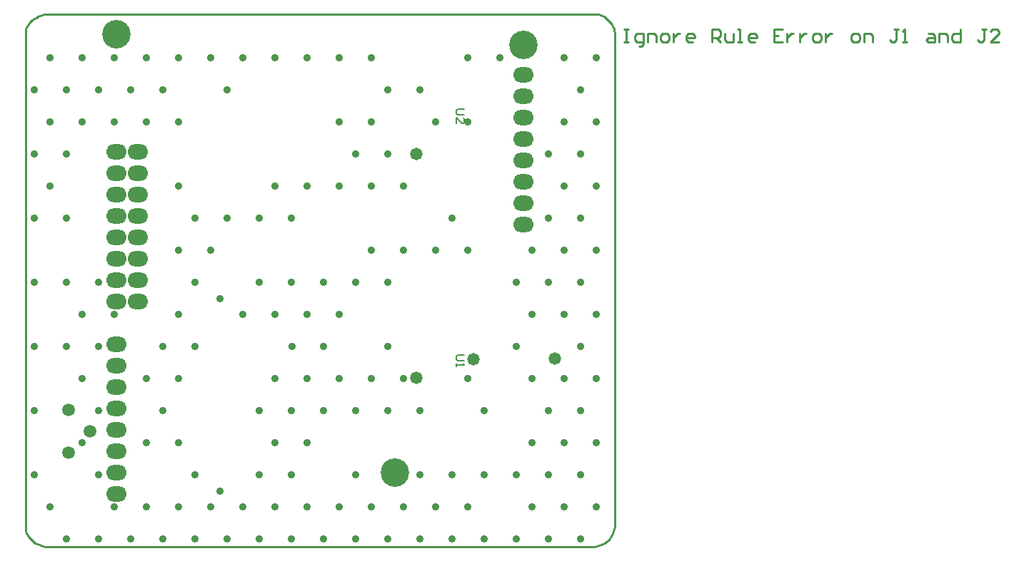
<source format=gbs>
G04*
G04 #@! TF.GenerationSoftware,Altium Limited,Altium Designer,22.10.1 (41)*
G04*
G04 Layer_Color=16711935*
%FSLAX25Y25*%
%MOIN*%
G70*
G04*
G04 #@! TF.SameCoordinates,DCEE1EC3-E607-4C09-92B5-72201EF966A2*
G04*
G04*
G04 #@! TF.FilePolarity,Negative*
G04*
G01*
G75*
%ADD13C,0.00591*%
%ADD15C,0.01000*%
%ADD25C,0.05879*%
%ADD26O,0.09658X0.07099*%
%ADD27C,0.03600*%
%ADD28C,0.05800*%
%ADD29C,0.13300*%
D13*
X204936Y204500D02*
X201656D01*
X201000Y203844D01*
Y202532D01*
X201656Y201876D01*
X204936D01*
X201000Y197940D02*
Y200564D01*
X203624Y197940D01*
X204280D01*
X204936Y198596D01*
Y199908D01*
X204280Y200564D01*
X204936Y89500D02*
X201656D01*
X201000Y88844D01*
Y87532D01*
X201656Y86876D01*
X204936D01*
X201000Y85564D02*
Y84252D01*
Y84908D01*
X204936D01*
X204280Y85564D01*
D15*
X0Y9000D02*
X62Y8055D01*
X247Y7125D01*
X551Y6228D01*
X970Y5379D01*
X1497Y4591D01*
X2121Y3879D01*
X3000Y3000D02*
X3745Y2325D01*
X4552Y1726D01*
X5414Y1209D01*
X6323Y780D01*
X7269Y441D01*
X8244Y197D01*
X9239Y49D01*
X10243Y0D01*
X264757D02*
X265761Y49D01*
X266756Y197D01*
X267731Y441D01*
X268677Y780D01*
X269586Y1209D01*
X270448Y1726D01*
X271255Y2325D01*
X272000Y3000D01*
X272675Y3745D01*
X273274Y4552D01*
X273791Y5414D01*
X274220Y6323D01*
X274559Y7269D01*
X274803Y8244D01*
X274951Y9239D01*
X275000Y10243D01*
X270768Y247232D02*
X270048Y247847D01*
X269240Y248342D01*
X268365Y248705D01*
X267444Y248926D01*
X266500Y249000D01*
X275000Y240172D02*
X274916Y241240D01*
X274666Y242282D01*
X274256Y243272D01*
X273696Y244185D01*
X273000Y245000D01*
X11000Y249000D02*
X9948Y248954D01*
X8904Y248817D01*
X7876Y248589D01*
X6871Y248272D01*
X5899Y247869D01*
X4964Y247383D01*
X4076Y246817D01*
X3241Y246176D01*
X2465Y245464D01*
X2121Y245121D02*
X1497Y244409D01*
X970Y243621D01*
X551Y242772D01*
X247Y241875D01*
X62Y240945D01*
X0Y240000D01*
X2121Y3879D02*
X3000Y3000D01*
X10243Y0D02*
X264757D01*
X275000Y10243D02*
Y237500D01*
X262000Y249000D02*
X266500D01*
X270768Y247232D02*
X273000Y245000D01*
X275000Y237500D02*
Y240172D01*
X11000Y249000D02*
X262000D01*
X2121Y245121D02*
X2465Y245464D01*
X0Y9000D02*
Y240000D01*
X279500Y241997D02*
X281499D01*
X280500D01*
Y235999D01*
X279500D01*
X281499D01*
X286498Y234000D02*
X287497D01*
X288497Y235000D01*
Y239998D01*
X285498D01*
X284498Y238998D01*
Y236999D01*
X285498Y235999D01*
X288497D01*
X290496D02*
Y239998D01*
X293495D01*
X294495Y238998D01*
Y235999D01*
X297494D02*
X299494D01*
X300493Y236999D01*
Y238998D01*
X299494Y239998D01*
X297494D01*
X296495Y238998D01*
Y236999D01*
X297494Y235999D01*
X302493Y239998D02*
Y235999D01*
Y237999D01*
X303492Y238998D01*
X304492Y239998D01*
X305492D01*
X311490Y235999D02*
X309490D01*
X308491Y236999D01*
Y238998D01*
X309490Y239998D01*
X311490D01*
X312489Y238998D01*
Y237999D01*
X308491D01*
X320487Y235999D02*
Y241997D01*
X323486D01*
X324485Y240998D01*
Y238998D01*
X323486Y237999D01*
X320487D01*
X322486D02*
X324485Y235999D01*
X326485Y239998D02*
Y236999D01*
X327484Y235999D01*
X330484D01*
Y239998D01*
X332483Y235999D02*
X334482D01*
X333483D01*
Y241997D01*
X332483D01*
X340480Y235999D02*
X338481D01*
X337481Y236999D01*
Y238998D01*
X338481Y239998D01*
X340480D01*
X341480Y238998D01*
Y237999D01*
X337481D01*
X353476Y241997D02*
X349477D01*
Y235999D01*
X353476D01*
X349477Y238998D02*
X351477D01*
X355475Y239998D02*
Y235999D01*
Y237999D01*
X356475Y238998D01*
X357475Y239998D01*
X358474D01*
X361473D02*
Y235999D01*
Y237999D01*
X362473Y238998D01*
X363473Y239998D01*
X364473D01*
X368471Y235999D02*
X370471D01*
X371470Y236999D01*
Y238998D01*
X370471Y239998D01*
X368471D01*
X367472Y238998D01*
Y236999D01*
X368471Y235999D01*
X373470Y239998D02*
Y235999D01*
Y237999D01*
X374469Y238998D01*
X375469Y239998D01*
X376469D01*
X386465Y235999D02*
X388465D01*
X389464Y236999D01*
Y238998D01*
X388465Y239998D01*
X386465D01*
X385466Y238998D01*
Y236999D01*
X386465Y235999D01*
X391464D02*
Y239998D01*
X394463D01*
X395462Y238998D01*
Y235999D01*
X407459Y241997D02*
X405459D01*
X406459D01*
Y236999D01*
X405459Y235999D01*
X404460D01*
X403460Y236999D01*
X409458Y235999D02*
X411457D01*
X410458D01*
Y241997D01*
X409458Y240998D01*
X421454Y239998D02*
X423453D01*
X424453Y238998D01*
Y235999D01*
X421454D01*
X420454Y236999D01*
X421454Y237999D01*
X424453D01*
X426452Y235999D02*
Y239998D01*
X429452D01*
X430451Y238998D01*
Y235999D01*
X436449Y241997D02*
Y235999D01*
X433450D01*
X432450Y236999D01*
Y238998D01*
X433450Y239998D01*
X436449D01*
X448445Y241997D02*
X446446D01*
X447446D01*
Y236999D01*
X446446Y235999D01*
X445446D01*
X444447Y236999D01*
X454443Y235999D02*
X450445D01*
X454443Y239998D01*
Y240998D01*
X453444Y241997D01*
X451444D01*
X450445Y240998D01*
D25*
X30000Y54000D02*
D03*
X20000Y64000D02*
D03*
Y44000D02*
D03*
D26*
X42500Y94583D02*
D03*
Y34583D02*
D03*
Y54583D02*
D03*
Y64583D02*
D03*
Y84583D02*
D03*
Y74583D02*
D03*
Y44583D02*
D03*
Y24583D02*
D03*
X52500Y124583D02*
D03*
Y144583D02*
D03*
Y154583D02*
D03*
Y184583D02*
D03*
Y174583D02*
D03*
Y164583D02*
D03*
Y134583D02*
D03*
Y114583D02*
D03*
X42500Y124583D02*
D03*
Y144583D02*
D03*
Y154583D02*
D03*
Y184583D02*
D03*
Y174583D02*
D03*
Y164583D02*
D03*
Y134583D02*
D03*
Y114583D02*
D03*
X232500Y210583D02*
D03*
Y190583D02*
D03*
Y180583D02*
D03*
Y150583D02*
D03*
Y160583D02*
D03*
Y170583D02*
D03*
Y200583D02*
D03*
Y220583D02*
D03*
D27*
X266500Y228500D02*
D03*
X259000Y213500D02*
D03*
X266500Y198500D02*
D03*
X259000Y183500D02*
D03*
X266500Y168500D02*
D03*
X259000Y153500D02*
D03*
X266500Y138500D02*
D03*
X259000Y123500D02*
D03*
X266500Y108500D02*
D03*
X259000Y93500D02*
D03*
X266500Y78500D02*
D03*
X259000Y63500D02*
D03*
X266500Y48500D02*
D03*
X259000Y33500D02*
D03*
X266500Y18500D02*
D03*
X259000Y3500D02*
D03*
X251500Y228500D02*
D03*
Y198500D02*
D03*
X244000Y183500D02*
D03*
X251500Y168500D02*
D03*
X244000Y153500D02*
D03*
X251500Y138500D02*
D03*
X244000Y123500D02*
D03*
X251500Y108500D02*
D03*
Y78500D02*
D03*
X244000Y63500D02*
D03*
X251500Y48500D02*
D03*
X244000Y33500D02*
D03*
X251500Y18500D02*
D03*
X244000Y3500D02*
D03*
X236500Y138500D02*
D03*
X229000Y123500D02*
D03*
X236500Y108500D02*
D03*
X229000Y93500D02*
D03*
X236500Y78500D02*
D03*
Y48500D02*
D03*
X229000Y33500D02*
D03*
X236500Y18500D02*
D03*
X229000Y3500D02*
D03*
X221500Y228500D02*
D03*
X214000Y63500D02*
D03*
Y33500D02*
D03*
Y3500D02*
D03*
X206500Y228500D02*
D03*
Y198500D02*
D03*
X199000Y153500D02*
D03*
X206500Y138500D02*
D03*
Y78500D02*
D03*
X199000Y33500D02*
D03*
X206500Y18500D02*
D03*
X199000Y3500D02*
D03*
X184000Y213500D02*
D03*
X191500Y198500D02*
D03*
Y138500D02*
D03*
X184000Y63500D02*
D03*
Y33500D02*
D03*
X191500Y18500D02*
D03*
X184000Y3500D02*
D03*
X169000Y213500D02*
D03*
Y183500D02*
D03*
X176500Y168500D02*
D03*
Y138500D02*
D03*
X169000Y123500D02*
D03*
Y93500D02*
D03*
X176500Y78500D02*
D03*
X169000Y63500D02*
D03*
X176500Y18500D02*
D03*
X169000Y3500D02*
D03*
X161500Y228500D02*
D03*
Y198500D02*
D03*
X154000Y183500D02*
D03*
X161500Y168500D02*
D03*
Y138500D02*
D03*
X154000Y123500D02*
D03*
X161500Y78500D02*
D03*
X154000Y63500D02*
D03*
Y33500D02*
D03*
X161500Y18500D02*
D03*
X154000Y3500D02*
D03*
X146500Y228500D02*
D03*
Y198500D02*
D03*
Y168500D02*
D03*
X139000Y123500D02*
D03*
X146500Y108500D02*
D03*
X139000Y93500D02*
D03*
X146500Y78500D02*
D03*
X139000Y63500D02*
D03*
X146500Y18500D02*
D03*
X139000Y3500D02*
D03*
X131500Y228500D02*
D03*
Y168500D02*
D03*
X124000Y153500D02*
D03*
Y123500D02*
D03*
X131500Y108500D02*
D03*
Y78500D02*
D03*
X124000Y63500D02*
D03*
X131500Y48500D02*
D03*
X124000Y33500D02*
D03*
X131500Y18500D02*
D03*
X124000Y3500D02*
D03*
X116500Y228500D02*
D03*
Y168500D02*
D03*
X109000Y153500D02*
D03*
Y123500D02*
D03*
X116500Y108500D02*
D03*
Y78500D02*
D03*
X109000Y63500D02*
D03*
X116500Y48500D02*
D03*
X109000Y33500D02*
D03*
X116500Y18500D02*
D03*
X109000Y3500D02*
D03*
X101500Y228500D02*
D03*
X94000Y213500D02*
D03*
Y153500D02*
D03*
X101500Y108500D02*
D03*
Y18500D02*
D03*
X94000Y3500D02*
D03*
X86500Y228500D02*
D03*
X79000Y153500D02*
D03*
X86500Y138500D02*
D03*
X79000Y123500D02*
D03*
Y93500D02*
D03*
Y33500D02*
D03*
X86500Y18500D02*
D03*
X79000Y3500D02*
D03*
X71500Y228500D02*
D03*
X64000Y213500D02*
D03*
X71500Y198500D02*
D03*
Y168500D02*
D03*
Y138500D02*
D03*
Y108500D02*
D03*
X64000Y93500D02*
D03*
X71500Y78500D02*
D03*
X64000Y63500D02*
D03*
X71500Y48500D02*
D03*
Y18500D02*
D03*
X64000Y3500D02*
D03*
X56500Y228500D02*
D03*
X49000Y213500D02*
D03*
X56500Y198500D02*
D03*
Y78500D02*
D03*
Y48500D02*
D03*
Y18500D02*
D03*
X49000Y3500D02*
D03*
X41500Y228500D02*
D03*
X34000Y213500D02*
D03*
X41500Y198500D02*
D03*
X34000Y123500D02*
D03*
X41500Y108500D02*
D03*
X34000Y93500D02*
D03*
Y63500D02*
D03*
Y33500D02*
D03*
X41500Y18500D02*
D03*
X34000Y3500D02*
D03*
X26500Y228500D02*
D03*
X19000Y213500D02*
D03*
X26500Y198500D02*
D03*
X19000Y183500D02*
D03*
Y153500D02*
D03*
Y123500D02*
D03*
X26500Y108500D02*
D03*
X19000Y93500D02*
D03*
X26500Y78500D02*
D03*
Y48500D02*
D03*
X19000Y3500D02*
D03*
X11500Y228500D02*
D03*
X4000Y213500D02*
D03*
X11500Y198500D02*
D03*
X4000Y183500D02*
D03*
X11500Y168500D02*
D03*
X4000Y153500D02*
D03*
Y123500D02*
D03*
Y93500D02*
D03*
Y63500D02*
D03*
Y33500D02*
D03*
X11500Y18500D02*
D03*
X124600Y93500D02*
D03*
X90850Y116000D02*
D03*
Y26000D02*
D03*
D28*
X247000Y88000D02*
D03*
X209000Y87500D02*
D03*
X182500Y79000D02*
D03*
Y183500D02*
D03*
D29*
X172500Y34583D02*
D03*
X42500Y239583D02*
D03*
X232500Y234583D02*
D03*
M02*

</source>
